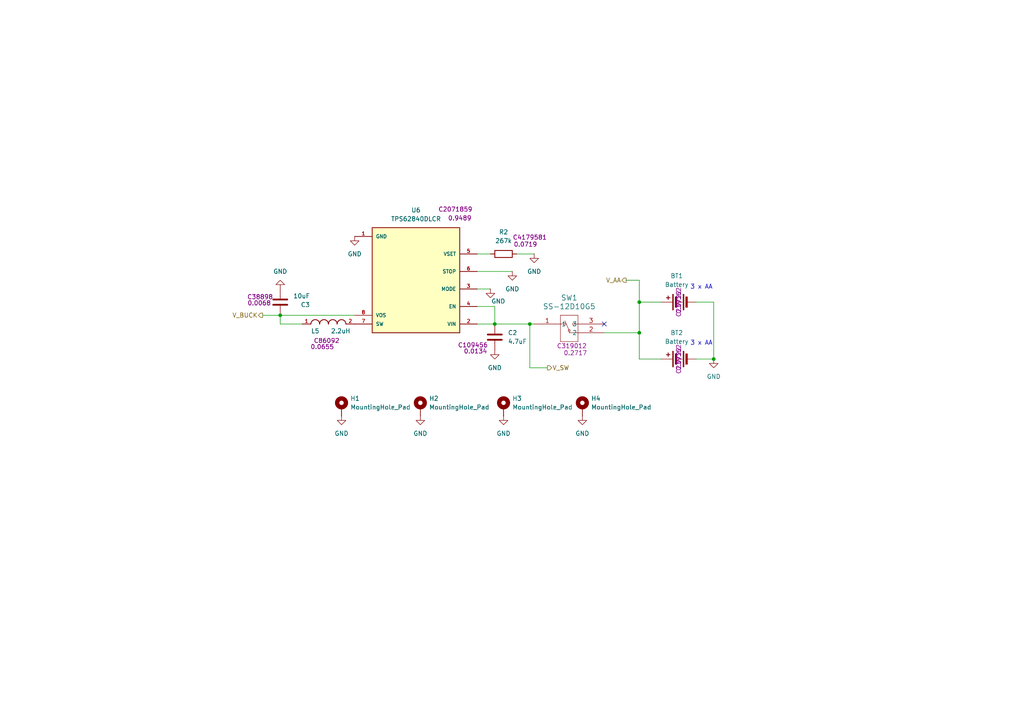
<source format=kicad_sch>
(kicad_sch (version 20250114) (generator "eeschema") (generator_version "9.0")
  (paper "A4")
  (lib_symbols
    (symbol "Device:Battery" (pin_numbers (hide yes)) (pin_names (offset 0) (hide yes))
      (property "Reference" "BT" (at 2.54 2.54 0))
      (property "Value" "Battery" (at 2.54 0 0))
      (symbol "Battery_0_1"
        (rectangle (start -2.286 1.778) (end 2.286 1.524) (fill (type outline)))
        (rectangle (start -2.286 -1.27) (end 2.286 -1.524) (fill (type outline)))
        (rectangle (start -1.524 1.016) (end 1.524 0.508) (fill (type outline)))
        (rectangle (start -1.524 -2.032) (end 1.524 -2.54) (fill (type outline)))
        (polyline (pts (xy 0 1.778) (xy 0 2.54)))
        (polyline (pts (xy 0 0) (xy 0 0.254)))
        (polyline (pts (xy 0 -0.508) (xy 0 -0.254)))
        (polyline (pts (xy 0 -1.016) (xy 0 -0.762)))
        (polyline (pts (xy 0.762 3.048) (xy 1.778 3.048)) (stroke (width 0.254)))
        (polyline (pts (xy 1.27 3.556) (xy 1.27 2.54)) (stroke (width 0.254)))
      )
      (symbol "Battery_1_1"
        (pin passive line (at 0 5.08 270) (length 2.54) (name "+") (number "1"))
        (pin passive line (at 0 -5.08 90) (length 2.54) (name "-") (number "2"))
      )
    )
    (symbol "Device:C" (pin_numbers (hide yes)) (pin_names (offset 0.254))
      (property "Reference" "C" (at 0.635 2.54 0))
      (property "Value" "C" (at 0.635 -2.54 0))
      (symbol "C_0_1"
        (polyline (pts (xy -2.032 0.762) (xy 2.032 0.762)) (stroke (width 0.508)))
        (polyline (pts (xy -2.032 -0.762) (xy 2.032 -0.762)) (stroke (width 0.508)))
      )
      (symbol "C_1_1"
        (pin passive line (at 0 3.81 270) (length 2.794) (name "~") (number "1"))
        (pin passive line (at 0 -3.81 90) (length 2.794) (name "~") (number "2"))
      )
    )
    (symbol "Device:R" (pin_numbers (hide yes)) (pin_names (offset 0))
      (property "Reference" "R" (at 2.032 0 90))
      (property "Value" "R" (at 0 0 90))
      (symbol "R_0_1"
        (rectangle (start -1.016 -2.54) (end 1.016 2.54) (stroke (width 0.254)))
      )
      (symbol "R_1_1"
        (pin passive line (at 0 3.81 270) (length 1.27) (name "~") (number "1"))
        (pin passive line (at 0 -3.81 90) (length 1.27) (name "~") (number "2"))
      )
    )
    (symbol "LB3218T1R0M:LB3218T1R0M" (pin_names (offset 1.016))
      (property "Reference" "L" (at -7.62 5.08 0))
      (property "Value" "LB3218T1R0M" (at -7.62 2.54 0))
      (symbol "LB3218T1R0M_0_0"
        (arc (start -5.08 0) (mid -3.81 1.2645) (end -2.54 0) (stroke (width 0.254)))
        (arc (start -2.54 0) (mid -1.27 1.2645) (end 0 0) (stroke (width 0.254)))
        (arc (start 0 0) (mid 1.27 1.2645) (end 2.54 0) (stroke (width 0.254)))
        (arc (start 2.54 0) (mid 3.81 1.2645) (end 5.08 0) (stroke (width 0.254)))
        (pin passive line (at -7.62 0 0) (length 2.54) (name "~") (number "1"))
        (pin passive line (at 7.62 0 180) (length 2.54) (name "~") (number "2"))
      )
    )
    (symbol "Mechanical:MountingHole_Pad" (pin_numbers (hide yes)) (pin_names (offset 1.016) (hide yes)) (exclude_from_sim yes) (in_bom no)
      (property "Reference" "H" (at 0 6.35 0))
      (property "Value" "MountingHole_Pad" (at 0 4.445 0))
      (symbol "MountingHole_Pad_0_1"
        (circle (center 0 1.27) (radius 1.27) (stroke (width 1.27)))
      )
      (symbol "MountingHole_Pad_1_1"
        (pin input line (at 0 -2.54 90) (length 2.54) (name "1") (number "1"))
      )
    )
    (symbol "SS-12D10L5:SS-12D10G5" (pin_names (offset 0.254))
      (property "Reference" "SW" (at 10.16 7.62 0))
      (property "Value" "SS-12D10G5" (at 10.16 5.08 0))
      (symbol "SS-12D10G5_0_1"
        (polyline (pts (xy 7.62 2.54) (xy 7.62 -5.08)) (stroke (width 0.127)))
        (polyline (pts (xy 7.62 0) (xy 8.5725 0)) (stroke (width 0.127)))
        (polyline (pts (xy 7.62 -5.08) (xy 12.7 -5.08)) (stroke (width 0.127)))
        (circle (center 8.89 0) (radius 0.3048) (stroke (width 0.127)))
        (polyline (pts (xy 10.16 -1.905) (xy 8.89 0.9525)) (stroke (width 0.127)))
        (circle (center 10.16 -1.905) (radius 0.3048) (stroke (width 0.127)))
        (polyline (pts (xy 10.16 -2.2098) (xy 10.16 -2.54)) (stroke (width 0.127)))
        (circle (center 11.43 0) (radius 0.3048) (stroke (width 0.127)))
        (polyline (pts (xy 12.7 2.54) (xy 7.62 2.54)) (stroke (width 0.127)))
        (polyline (pts (xy 12.7 0) (xy 11.7475 0)) (stroke (width 0.127)))
        (polyline (pts (xy 12.7 -2.54) (xy 10.16 -2.54)) (stroke (width 0.127)))
        (polyline (pts (xy 12.7 -5.08) (xy 12.7 2.54)) (stroke (width 0.127)))
        (pin unspecified line (at 0 0 0) (length 7.62) (name "1") (number "1"))
        (pin unspecified line (at 20.32 0 180) (length 7.62) (name "3") (number "3"))
        (pin unspecified line (at 20.32 -2.54 180) (length 7.62) (name "2") (number "2"))
      )
    )
    (symbol "TPS62840DLCR:TPS62840DLCR" (pin_names (offset 1.016))
      (property "Reference" "U" (at -12.7 16.24 0))
      (property "Value" "TPS62840DLCR" (at -12.7 -19.24 0))
      (symbol "TPS62840DLCR_0_0"
        (rectangle (start -12.7 -15.24) (end 12.7 15.24) (stroke (width 0.254)) (fill (type background)))
        (pin power_in line (at -17.78 12.7 0) (length 5.08) (name "VIN") (number "2"))
        (pin input line (at -17.78 7.62 0) (length 5.08) (name "EN") (number "4"))
        (pin input line (at -17.78 2.54 0) (length 5.08) (name "MODE") (number "3"))
        (pin input line (at -17.78 -2.54 0) (length 5.08) (name "STOP") (number "6"))
        (pin input line (at -17.78 -7.62 0) (length 5.08) (name "VSET") (number "5"))
        (pin power_in line (at 17.78 12.7 180) (length 5.08) (name "SW") (number "7"))
        (pin input line (at 17.78 10.16 180) (length 5.08) (name "VOS") (number "8"))
        (pin power_in line (at 17.78 -12.7 180) (length 5.08) (name "GND") (number "1"))
      )
    )
    (symbol "power:GND" (power) (pin_numbers (hide yes)) (pin_names (offset 0) (hide yes))
      (property "Value" "GND" (at 0 -3.81 0))
      (symbol "GND_0_1"
        (polyline (pts (xy 0 0) (xy 0 -1.27) (xy 1.27 -1.27) (xy 0 -2.54) (xy -1.27 -1.27) (xy 0 -1.27)))
      )
      (symbol "GND_1_1"
        (pin power_in line (at 0 0 270) (length 0) (name "~") (number "1"))
      )
    )
  )
  (text "3 x AA" (at 203.454 83.312 0) (effects (font (size 1.27 1.27))))
  (text "3 x AA" (at 203.454 99.568 0) (effects (font (size 1.27 1.27))))
  (junction (at 185.42 87.63))
  (junction (at 207.01 104.14))
  (junction (at 143.51 93.98))
  (junction (at 81.28 91.44))
  (junction (at 185.42 96.52))
  (junction (at 153.67 93.98))
  (no_connect (at 175.26 93.98))
  (wire (pts (xy 142.24 73.66) (xy 138.43 73.66)))
  (wire (pts (xy 154.94 73.66) (xy 149.86 73.66)))
  (wire (pts (xy 81.28 93.98) (xy 87.63 93.98)))
  (wire (pts (xy 81.28 91.44) (xy 81.28 93.98)))
  (wire (pts (xy 207.01 104.14) (xy 201.93 104.14)))
  (wire (pts (xy 207.01 87.63) (xy 207.01 104.14)))
  (wire (pts (xy 76.2 91.44) (xy 81.28 91.44)))
  (wire (pts (xy 185.42 96.52) (xy 185.42 104.14)) (stroke (width 0) (color 0 132 0 1)))
  (wire (pts (xy 185.42 87.63) (xy 191.77 87.63)) (stroke (width 0) (color 0 132 0 1)))
  (wire (pts (xy 102.87 91.44) (xy 81.28 91.44)))
  (wire (pts (xy 185.42 81.28) (xy 181.61 81.28)) (stroke (width 0) (color 0 132 0 1)))
  (wire (pts (xy 185.42 87.63) (xy 185.42 81.28)) (stroke (width 0) (color 0 132 0 1)))
  (wire (pts (xy 142.24 83.82) (xy 138.43 83.82)))
  (wire (pts (xy 153.67 93.98) (xy 153.67 106.68)))
  (wire (pts (xy 143.51 88.9) (xy 138.43 88.9)))
  (wire (pts (xy 185.42 87.63) (xy 185.42 96.52)) (stroke (width 0) (color 0 132 0 1)))
  (wire (pts (xy 207.01 87.63) (xy 201.93 87.63)))
  (wire (pts (xy 138.43 93.98) (xy 143.51 93.98)))
  (wire (pts (xy 175.26 96.52) (xy 185.42 96.52)))
  (wire (pts (xy 185.42 104.14) (xy 191.77 104.14)) (stroke (width 0) (color 0 132 0 1)))
  (wire (pts (xy 143.51 93.98) (xy 153.67 93.98)))
  (wire (pts (xy 143.51 93.98) (xy 143.51 88.9)))
  (wire (pts (xy 148.59 78.74) (xy 138.43 78.74)))
  (wire (pts (xy 153.67 93.98) (xy 154.94 93.98)))
  (wire (pts (xy 153.67 106.68) (xy 158.75 106.68)))
  (hierarchical_label "V_SW" (shape output) (at 158.75 106.68 0))
  (hierarchical_label "V_BUCK" (shape output) (at 76.2 91.44 180))
  (hierarchical_label "V_AA" (shape output) (at 181.61 81.28 180))
  (symbol (lib_id "TPS62840DLCR:TPS62840DLCR") (at 120.65 81.28 180) (unit 1)
    (property "Reference" "U6" (at 120.65 60.96 0))
    (property "Value" "TPS62840DLCR" (at 120.65 63.5 0))
    (property "Footprint" "TPS62840DLCR:SON50P200X150X100-8N" (effects (hide yes)))
    (property "MF" "Texas Instruments" (effects (hide yes)))
    (property "MOUSER-PURCHASE-URL" "https://snapeda.com/shop?store=Mouser&id=4216699" (effects (hide yes)))
    (property "DESCRIPTION" "60-nA IQ, 1.8-V to 6.5-VIN, high-efficiency 750-mA step-down converter 8-VSON-HR -40 to 125" (effects (hide yes)))
    (property "PACKAGE" "VSON-HR-8 Texas Instruments" (effects (hide yes)))
    (property "PRICE" "None" (effects (hide yes)))
    (property "MP" "TPS62840DLCR" (effects (hide yes)))
    (property "TEXAS_INSTRUMENTS-PURCHASE-URL" "https://snapeda.com/shop?store=Texas+Instruments&id=4216699" (effects (hide yes)))
    (property "AVAILABILITY" "Warning" (effects (hide yes)))
    (property "LCSC part" "C2071859" (at 132.08 60.706 0))
    (property "LCSC price ($US)" "0.9489" (at 133.35 63.246 0))
  )
  (symbol (lib_id "power:GND") (at 81.28 83.82 180) (unit 1)
    (property "Reference" "#PWR013" (effects (hide yes)))
    (property "Value" "GND" (at 81.28 78.74 0))
    (property "Description" "Power symbol creates a global label with name \"GND\" , ground" (effects (hide yes)))
  )
  (symbol (lib_id "Device:C") (at 143.51 97.79 0) (unit 1)
    (property "Reference" "C2" (at 147.32 96.5199 0) (effects (justify left)))
    (property "Value" "4.7uF" (at 147.32 99.0599 0) (effects (justify left)))
    (property "Footprint" "Capacitor_SMD:C_0603_1608Metric" (effects (hide yes)))
    (property "Description" "Unpolarized capacitor" (effects (hide yes)))
    (property "LCSC part" "C109456" (at 137.16 100.076 0))
    (property "LCSC price ($US)" "0.0134" (at 137.922 101.854 0))
  )
  (symbol (lib_id "power:GND") (at 207.01 104.14 0) (unit 1)
    (property "Reference" "#PWR05" (effects (hide yes)))
    (property "Value" "GND" (at 207.01 109.22 0))
    (property "Description" "Power symbol creates a global label with name \"GND\" , ground" (effects (hide yes)))
  )
  (symbol (lib_id "power:GND") (at 121.92 120.65 0) (unit 1)
    (property "Reference" "#PWR08" (effects (hide yes)))
    (property "Value" "GND" (at 121.92 125.73 0))
    (property "Description" "Power symbol creates a global label with name \"GND\" , ground" (effects (hide yes)))
  )
  (symbol (lib_id "power:GND") (at 148.59 78.74 0) (unit 1)
    (property "Reference" "#PWR032" (effects (hide yes)))
    (property "Value" "GND" (at 148.59 83.82 0))
    (property "Description" "Power symbol creates a global label with name \"GND\" , ground" (effects (hide yes)))
  )
  (symbol (lib_id "power:GND") (at 168.91 120.65 0) (unit 1)
    (property "Reference" "#PWR010" (effects (hide yes)))
    (property "Value" "GND" (at 168.91 125.73 0))
    (property "Description" "Power symbol creates a global label with name \"GND\" , ground" (effects (hide yes)))
  )
  (symbol (lib_id "Mechanical:MountingHole_Pad") (at 99.06 118.11 0) (unit 1) (exclude_from_sim yes) (in_bom no)
    (property "Reference" "H1" (at 101.6 115.5699 0) (effects (justify left)))
    (property "Value" "MountingHole_Pad" (at 101.6 118.1099 0) (effects (justify left)))
    (property "Footprint" "MountingHole:MountingHole_3.2mm_M3_DIN965_Pad" (effects (hide yes)))
    (property "Description" "Mounting Hole with connection" (effects (hide yes)))
  )
  (symbol (lib_id "LB3218T1R0M:LB3218T1R0M") (at 95.25 93.98 0) (unit 1)
    (property "Reference" "L5" (at 91.44 96.012 0))
    (property "Value" "2.2uH" (at 98.806 96.012 0))
    (property "Footprint" "Inductor_SMD:L_1008_2520Metric" (effects (hide yes)))
    (property "LCSC part" "C86092" (at 94.742 98.806 0))
    (property "LCSC price ($US)" "0.0655" (at 93.472 100.584 0))
  )
  (symbol (lib_id "power:GND") (at 102.87 68.58 0) (unit 1)
    (property "Reference" "#PWR015" (effects (hide yes)))
    (property "Value" "GND" (at 102.87 73.66 0))
    (property "Description" "Power symbol creates a global label with name \"GND\" , ground" (effects (hide yes)))
  )
  (symbol (lib_id "Mechanical:MountingHole_Pad") (at 146.05 118.11 0) (unit 1) (exclude_from_sim yes) (in_bom no)
    (property "Reference" "H3" (at 148.59 115.5699 0) (effects (justify left)))
    (property "Value" "MountingHole_Pad" (at 148.59 118.1099 0) (effects (justify left)))
    (property "Footprint" "MountingHole:MountingHole_3.2mm_M3_DIN965_Pad" (effects (hide yes)))
    (property "Description" "Mounting Hole with connection" (effects (hide yes)))
  )
  (symbol (lib_id "Device:Battery") (at 196.85 104.14 90) (unit 1)
    (property "Reference" "BT2" (at 196.2785 96.52 90))
    (property "Value" "Battery" (at 196.2785 99.06 90))
    (property "Footprint" "Connector_Molex:Molex_KK-254_AE-6410-02A_1x02_P2.54mm_Vertical" (effects (hide yes)))
    (property "Description" "Multiple-cell battery" (effects (hide yes)))
    (property "LCSC part" "C239362" (at 196.85 104.14 0))
    (property "LCSC price ($US)" "0.0722" (at 196.85 104.14 0))
  )
  (symbol (lib_id "power:GND") (at 143.51 101.6 0) (unit 1)
    (property "Reference" "#PWR011" (effects (hide yes)))
    (property "Value" "GND" (at 143.51 106.68 0))
    (property "Description" "Power symbol creates a global label with name \"GND\" , ground" (effects (hide yes)))
  )
  (symbol (lib_id "Device:R") (at 146.05 73.66 90) (unit 1)
    (property "Reference" "R2" (at 146.05 67.31 90))
    (property "Value" "267k" (at 146.05 69.85 90))
    (property "Footprint" "Resistor_SMD:R_0603_1608Metric" (effects (hide yes)))
    (property "Description" "Resistor" (effects (hide yes)))
    (property "V_OUT options" "3.3V → 267k, 3.2V → 102k, 3.1V → 71.5k, 3V → 52.3k, 2.7V → 21.5k," (effects (hide yes)))
    (property "LCSC part" "C4179581" (at 153.67 68.834 90))
    (property "LCSC price ($US)" "0.0719" (at 152.4 70.866 90))
  )
  (symbol (lib_id "SS-12D10L5:SS-12D10G5") (at 154.94 93.98 0) (unit 1)
    (property "Reference" "SW1" (at 165.1 86.36 0) (effects (font (size 1.524 1.524))))
    (property "Value" "SS-12D10G5" (at 165.1 88.9 0) (effects (font (size 1.524 1.524))))
    (property "Footprint" "SS-12D10G5_XKB" (effects (hide yes)))
    (property "Datasheet" "SS-12D10G5" (effects (hide yes)))
    (property "LCSC part" "C319012" (at 165.862 100.33 0))
    (property "LCSC price ($US)" "0.2717" (at 166.878 102.362 0))
  )
  (symbol (lib_id "power:GND") (at 99.06 120.65 0) (unit 1)
    (property "Reference" "#PWR07" (effects (hide yes)))
    (property "Value" "GND" (at 99.06 125.73 0))
    (property "Description" "Power symbol creates a global label with name \"GND\" , ground" (effects (hide yes)))
  )
  (symbol (lib_id "power:GND") (at 146.05 120.65 0) (unit 1)
    (property "Reference" "#PWR09" (effects (hide yes)))
    (property "Value" "GND" (at 146.05 125.73 0))
    (property "Description" "Power symbol creates a global label with name \"GND\" , ground" (effects (hide yes)))
  )
  (symbol (lib_id "power:GND") (at 154.94 73.66 0) (unit 1)
    (property "Reference" "#PWR017" (effects (hide yes)))
    (property "Value" "GND" (at 154.94 78.74 0))
    (property "Description" "Power symbol creates a global label with name \"GND\" , ground" (effects (hide yes)))
  )
  (symbol (lib_id "power:GND") (at 142.24 83.82 0) (unit 1)
    (property "Reference" "#PWR033" (effects (hide yes)))
    (property "Value" "GND" (at 144.526 87.376 0))
    (property "Description" "Power symbol creates a global label with name \"GND\" , ground" (effects (hide yes)))
  )
  (symbol (lib_id "Device:Battery") (at 196.85 87.63 90) (unit 1)
    (property "Reference" "BT1" (at 196.2785 80.01 90))
    (property "Value" "Battery" (at 196.2785 82.55 90))
    (property "Footprint" "Connector_Molex:Molex_KK-254_AE-6410-02A_1x02_P2.54mm_Vertical" (effects (hide yes)))
    (property "Description" "Multiple-cell battery" (effects (hide yes)))
    (property "LCSC part" "C239362" (at 196.85 87.63 0))
    (property "LCSC price ($US)" "0.0722" (at 196.85 87.63 0))
  )
  (symbol (lib_id "Mechanical:MountingHole_Pad") (at 121.92 118.11 0) (unit 1) (exclude_from_sim yes) (in_bom no)
    (property "Reference" "H2" (at 124.46 115.5699 0) (effects (justify left)))
    (property "Value" "MountingHole_Pad" (at 124.46 118.1099 0) (effects (justify left)))
    (property "Footprint" "MountingHole:MountingHole_3.2mm_M3_DIN965_Pad" (effects (hide yes)))
    (property "Description" "Mounting Hole with connection" (effects (hide yes)))
  )
  (symbol (lib_id "Device:C") (at 81.28 87.63 180) (unit 1)
    (property "Reference" "C3" (at 89.916 88.392 0) (effects (justify left)))
    (property "Value" "10uF" (at 89.916 85.852 0) (effects (justify left)))
    (property "Footprint" "Capacitor_SMD:C_0603_1608Metric" (effects (hide yes)))
    (property "Description" "Unpolarized capacitor" (effects (hide yes)))
    (property "LCSC part" "C38898" (at 75.438 86.106 0))
    (property "LCSC price ($US)" "0.0068" (at 75.184 87.884 0))
  )
  (symbol (lib_id "Mechanical:MountingHole_Pad") (at 168.91 118.11 0) (unit 1) (exclude_from_sim yes) (in_bom no)
    (property "Reference" "H4" (at 171.45 115.5699 0) (effects (justify left)))
    (property "Value" "MountingHole_Pad" (at 171.45 118.1099 0) (effects (justify left)))
    (property "Footprint" "MountingHole:MountingHole_3.2mm_M3_DIN965_Pad" (effects (hide yes)))
    (property "Description" "Mounting Hole with connection" (effects (hide yes)))
  )
)
</source>
